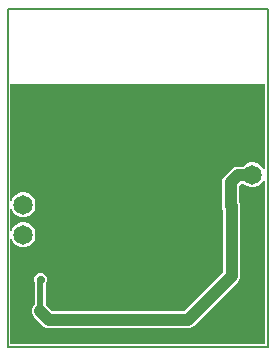
<source format=gbl>
G04*
G04 #@! TF.GenerationSoftware,Altium Limited,Altium Designer,22.5.1 (42)*
G04*
G04 Layer_Physical_Order=2*
G04 Layer_Color=255*
%FSLAX44Y44*%
%MOMM*%
G71*
G04*
G04 #@! TF.SameCoordinates,D327534F-E779-4237-818F-575770AB304D*
G04*
G04*
G04 #@! TF.FilePolarity,Positive*
G04*
G01*
G75*
%ADD10C,0.2000*%
%ADD19R,1.6500X1.6500*%
%ADD20C,1.6500*%
%ADD21C,0.5000*%
%ADD22C,0.7000*%
%ADD23C,1.0000*%
G36*
X107500Y33354D02*
X106230Y33013D01*
X105362Y34516D01*
X103417Y36462D01*
X101034Y37838D01*
X98376Y38550D01*
X95624D01*
X92966Y37838D01*
X90584Y36462D01*
X88995Y34874D01*
X84608D01*
X82728Y34626D01*
X80977Y33901D01*
X79473Y32747D01*
X73615Y26889D01*
X72461Y25385D01*
X71735Y23633D01*
X71488Y21754D01*
Y1250D01*
X71735Y-630D01*
X72411Y-2261D01*
Y-54319D01*
X39492Y-87238D01*
X-72250D01*
X-77196Y-82292D01*
X-77498Y-82060D01*
Y-64059D01*
X-77418Y-63979D01*
X-76550Y-61884D01*
Y-59616D01*
X-77418Y-57521D01*
X-79021Y-55918D01*
X-81116Y-55050D01*
X-83384D01*
X-85479Y-55918D01*
X-87082Y-57521D01*
X-87950Y-59616D01*
Y-61884D01*
X-87082Y-63978D01*
Y-81998D01*
X-87466Y-82292D01*
X-88620Y-83796D01*
X-89345Y-85548D01*
X-89593Y-87427D01*
X-89345Y-89307D01*
X-88620Y-91059D01*
X-87466Y-92563D01*
X-80393Y-99635D01*
X-78889Y-100789D01*
X-77138Y-101515D01*
X-75258Y-101762D01*
X42500D01*
X44380Y-101515D01*
X46131Y-100789D01*
X47635Y-99635D01*
X84808Y-62462D01*
X85962Y-60958D01*
X86688Y-59206D01*
X86936Y-57327D01*
Y1250D01*
X86688Y3130D01*
X86012Y4761D01*
Y18746D01*
X87616Y20350D01*
X89972D01*
X90584Y19738D01*
X92966Y18362D01*
X95624Y17650D01*
X98376D01*
X101034Y18362D01*
X103417Y19738D01*
X105362Y21683D01*
X106230Y23187D01*
X107500Y22847D01*
Y-115250D01*
X-108250D01*
Y-25997D01*
X-106980Y-25830D01*
X-106738Y-26734D01*
X-105362Y-29116D01*
X-103417Y-31062D01*
X-101034Y-32438D01*
X-98376Y-33150D01*
X-95624D01*
X-92966Y-32438D01*
X-90584Y-31062D01*
X-88638Y-29116D01*
X-87262Y-26734D01*
X-86550Y-24076D01*
Y-21324D01*
X-87262Y-18666D01*
X-88638Y-16284D01*
X-90584Y-14338D01*
X-92966Y-12962D01*
X-95624Y-12250D01*
X-98376D01*
X-101034Y-12962D01*
X-103417Y-14338D01*
X-105362Y-16284D01*
X-106738Y-18666D01*
X-106980Y-19570D01*
X-108250Y-19403D01*
Y-597D01*
X-106980Y-430D01*
X-106738Y-1334D01*
X-105362Y-3717D01*
X-103417Y-5662D01*
X-101034Y-7038D01*
X-98376Y-7750D01*
X-95624D01*
X-92966Y-7038D01*
X-90584Y-5662D01*
X-88638Y-3717D01*
X-87262Y-1334D01*
X-86550Y1324D01*
Y4076D01*
X-87262Y6733D01*
X-88638Y9116D01*
X-90584Y11062D01*
X-92966Y12438D01*
X-95624Y13150D01*
X-98376D01*
X-101034Y12438D01*
X-103417Y11062D01*
X-105362Y9116D01*
X-106738Y6733D01*
X-106980Y5830D01*
X-108250Y5997D01*
Y105250D01*
X107500D01*
Y33354D01*
D02*
G37*
D10*
X-110000Y168250D02*
X110000D01*
Y-118000D02*
Y168250D01*
X-110000Y-118000D02*
X110000D01*
X-110000D02*
Y168250D01*
D19*
X-97000Y28100D02*
D03*
X97000Y53500D02*
D03*
D20*
X-97000Y2700D02*
D03*
Y-22700D02*
D03*
Y-48100D02*
D03*
Y-73500D02*
D03*
X97000Y28100D02*
D03*
Y2700D02*
D03*
Y-22700D02*
D03*
Y-48100D02*
D03*
D21*
X-82331Y-87427D02*
X-82290Y-87387D01*
Y-60790D01*
X-82250Y-60750D01*
X96600Y28500D02*
X97000Y28100D01*
D22*
X79000Y-107500D02*
D03*
X62500Y-103250D02*
D03*
X65000Y-92625D02*
D03*
X79673Y1250D02*
D03*
X-82331Y-87427D02*
D03*
X-82250Y-60750D02*
D03*
D23*
X-75258Y-94500D02*
X42500D01*
X79673Y-57327D01*
Y1250D01*
X78750Y1250D02*
Y21754D01*
X95712Y27612D02*
X96600Y28500D01*
X78750Y21754D02*
X84608Y27612D01*
X95712D01*
X-82331Y-87427D02*
X-75258Y-94500D01*
M02*

</source>
